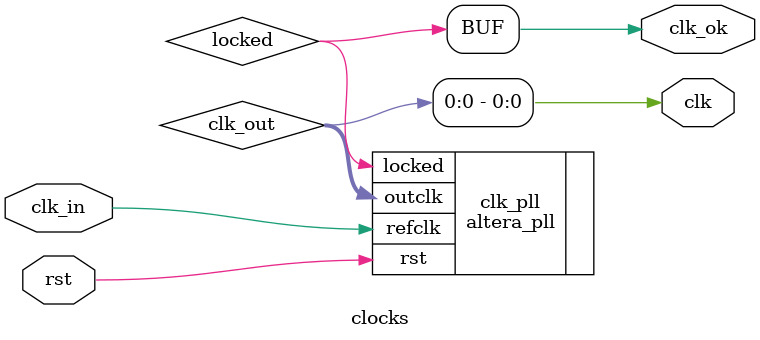
<source format=v>
/**
  Clock generator
  --
  Embedded Project Oberon
  Terasic Cyclone V GX Starter Kit
  --
  (c) 2022 - 2023 Gray, gray@grayraven.org
  https://oberon-rts.org/licences
**/

`timescale 1ns / 1ps
`default_nettype none

module  clocks (
	input wire rst,
	input wire clk_in,
	output wire clk,
	output wire clk_ok
);

  wire [1:0] clk_out;
  wire locked;

	altera_pll #(
		.fractional_vco_multiplier("false"),
		.reference_clock_frequency("50.0 MHz"),
//		.operation_mode("source synchronous"),
		.operation_mode("normal"),
		.number_of_clocks(1),
		.output_clock_frequency0("38.000000 MHz"),
		.phase_shift0("0 ps"),
		.duty_cycle0(50),
		.output_clock_frequency1("0 MHz"),
		.phase_shift1("0 ps"),
		.duty_cycle1(50),
		.output_clock_frequency2("0 MHz"),
		.phase_shift2("0 ps"),
		.duty_cycle2(50),
		.output_clock_frequency3("0 MHz"),
		.phase_shift3("0 ps"),
		.duty_cycle3(50),
		.output_clock_frequency4("0 MHz"),
		.phase_shift4("0 ps"),
		.duty_cycle4(50),
		.output_clock_frequency5("0 MHz"),
		.phase_shift5("0 ps"),
		.duty_cycle5(50),
		.output_clock_frequency6("0 MHz"),
		.phase_shift6("0 ps"),
		.duty_cycle6(50),
		.output_clock_frequency7("0 MHz"),
		.phase_shift7("0 ps"),
		.duty_cycle7(50),
		.output_clock_frequency8("0 MHz"),
		.phase_shift8("0 ps"),
		.duty_cycle8(50),
		.output_clock_frequency9("0 MHz"),
		.phase_shift9("0 ps"),
		.duty_cycle9(50),
		.output_clock_frequency10("0 MHz"),
		.phase_shift10("0 ps"),
		.duty_cycle10(50),
		.output_clock_frequency11("0 MHz"),
		.phase_shift11("0 ps"),
		.duty_cycle11(50),
		.output_clock_frequency12("0 MHz"),
		.phase_shift12("0 ps"),
		.duty_cycle12(50),
		.output_clock_frequency13("0 MHz"),
		.phase_shift13("0 ps"),
		.duty_cycle13(50),
		.output_clock_frequency14("0 MHz"),
		.phase_shift14("0 ps"),
		.duty_cycle14(50),
		.output_clock_frequency15("0 MHz"),
		.phase_shift15("0 ps"),
		.duty_cycle15(50),
		.output_clock_frequency16("0 MHz"),
		.phase_shift16("0 ps"),
		.duty_cycle16(50),
		.output_clock_frequency17("0 MHz"),
		.phase_shift17("0 ps"),
		.duty_cycle17(50),
		.pll_type("General"),
		.pll_subtype("General")
  ) clk_pll (
		.rst(rst),
		.outclk(clk_out[1:0]),
		.locked(locked),
		.refclk(clk_in)
	);

  assign clk = clk_out[0];
  assign clk_ok = locked;

endmodule

`resetall

</source>
